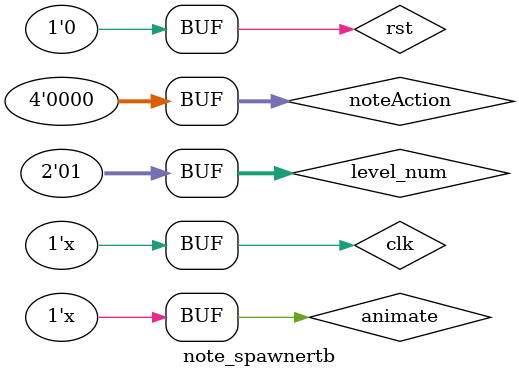
<source format=v>
`timescale 1ns / 1ps


module note_spawnertb;

	// Inputs
	reg clk;
	reg rst;
	reg [3:0] noteAction;
	reg [1:0] level_num;
	reg animate;

	// Outputs
	wire [15:0] locations;
	wire [3:0] note_spawn;

	// Instantiate the Unit Under Test (UUT)
	note_spawner uut (
		.clk(clk), 
		.rst(rst), 
		.noteAction(noteAction), 
		.level_num(level_num), 
		.animate(animate), 
		.locations(locations), 
		.note_spawn(note_spawn)
	);

	initial begin
		// Initialize Inputs
		clk = 0;
		rst = 1;
		noteAction = 0;
		level_num = 1;
		animate = 0;

		// Wait 100 ns for global reset to finish
		#100;
        rst = 0;
		
		#100000;
		noteAction = 4'b0001;
		#10;
		noteAction = 0;
		#1000;
		noteAction = 4'b0010;
		#10;
		noteAction = 0;
		#1000;
		noteAction = 4'b0100;
		#10; 
		noteAction = 0;
		#1000;
		noteAction = 4'b1000;
		#10;
		noteAction = 0;
		#1000;
		noteAction = 4'b0001;
		#10;
		noteAction = 0;
		#1000;
		noteAction = 4'b0010;
		#10;
		noteAction = 0;
		#1000;
		noteAction = 4'b0100;
		#10; 
		noteAction = 0;
		#1000;
		noteAction = 4'b1000;
		#10;
		noteAction = 0;
		#1000;
		noteAction = 4'b0001;
		#10;
		noteAction = 0;
		#1000;
		noteAction = 4'b0010;
		#10;
		noteAction = 0;
		#1000;
		noteAction = 4'b0100;
		#10; 
		noteAction = 0;
		#1000;
		noteAction = 4'b1000;
		#10;
		noteAction = 0;
		#1000;
		noteAction = 4'b0001;
		#10;
		noteAction = 0;
		#1000;
		noteAction = 4'b0010;
		#10;
		noteAction = 0;
		#1000;
		noteAction = 4'b0100;
		#10; 
		noteAction = 0;
		#1000;
		noteAction = 4'b1000;
		#10;
		noteAction = 0;
		#1000;
		noteAction = 4'b0001;
		#10;
		noteAction = 0;
		#1000;
		noteAction = 4'b0010;
		#10;
		noteAction = 0;
		#1000;
		noteAction = 4'b0100;
		#10; 
		noteAction = 0;
		#1000;
		noteAction = 4'b1000;
		#10;
		noteAction = 0;
		#1000;
		noteAction = 4'b0001;
		#10;
		noteAction = 0;
		#1000;
		noteAction = 4'b0010;
		#10;
		noteAction = 0;
		#1000;
		noteAction = 4'b0100;
		#10; 
		noteAction = 0;
		#1000;
		noteAction = 4'b1000;
		#10;
		noteAction = 0;
		#1000;
		noteAction = 4'b0001;
		#10;
		noteAction = 0;
		#1000;
		noteAction = 4'b0010;
		#10;
		noteAction = 0;
		#1000;
		noteAction = 4'b0100;
		#10; 
		noteAction = 0;
		#1000;
		noteAction = 4'b1000;
		#10;
		noteAction = 0;
		#1000;
		noteAction = 4'b0001;
		#10;
		noteAction = 0;
		#1000;
		noteAction = 4'b0010;
		#10;
		noteAction = 0;
		#1000;
		noteAction = 4'b0100;
		#10; 
		noteAction = 0;
		#1000;
		noteAction = 4'b1000;
		#10;
		noteAction = 0;
		// Add stimulus here
    
	end
    
    always #5 clk = ~clk;
    always #20 animate = ~animate;
endmodule


</source>
